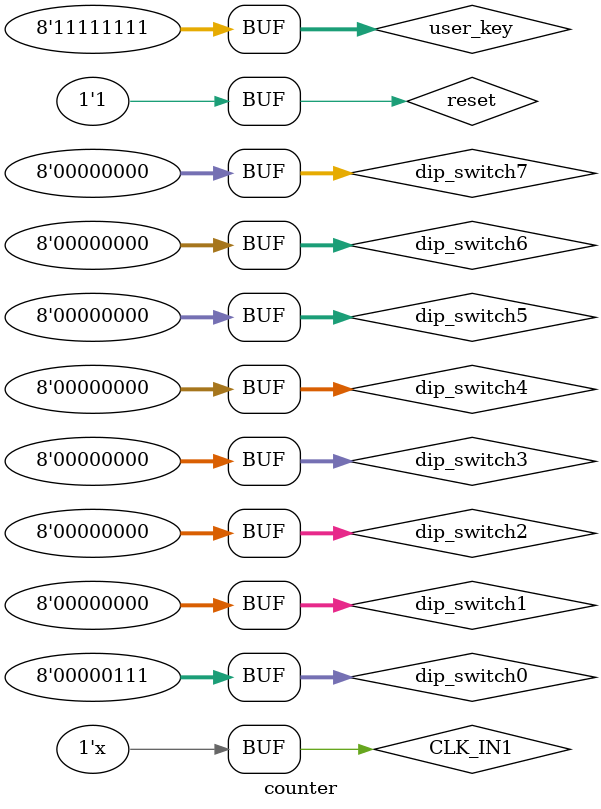
<source format=v>
`timescale 1ns / 1ps


module counter;

	// Inputs
	reg CLK_IN1;
	reg reset;
	reg [7:0] dip_switch0;
	reg [7:0] dip_switch1;
	reg [7:0] dip_switch2;
	reg [7:0] dip_switch3;
	reg [7:0] dip_switch4;
	reg [7:0] dip_switch5;
	reg [7:0] dip_switch6;
	reg [7:0] dip_switch7;
	reg [7:0] user_key;

	// Outputs
	wire [31:0] led_light;
	wire [3:0] digital_tube_sel0;
	wire [3:0] digital_tube_sel1;
	wire digital_tube_sel2;
	wire [7:0] digital_tube0;
	wire [7:0] digital_tube1;
	wire [7:0] digital_tube2;

	// Instantiate the Unit Under Test (UUT)
	mips uut (
		.CLK_IN1(CLK_IN1), 
		.reset(reset), 
		.dip_switch0(dip_switch0), 
		.dip_switch1(dip_switch1), 
		.dip_switch2(dip_switch2), 
		.dip_switch3(dip_switch3), 
		.dip_switch4(dip_switch4), 
		.dip_switch5(dip_switch5), 
		.dip_switch6(dip_switch6), 
		.dip_switch7(dip_switch7), 
		.user_key(user_key), 
		.led_light(led_light), 
		.digital_tube_sel0(digital_tube_sel0), 
		.digital_tube_sel1(digital_tube_sel1), 
		.digital_tube_sel2(digital_tube_sel2), 
		.digital_tube0(digital_tube0), 
		.digital_tube1(digital_tube1), 
		.digital_tube2(digital_tube2)
	);

	initial begin
		// Initialize Inputs
		CLK_IN1 = 0;
		reset = 0;
		dip_switch0 = 0;
		dip_switch1 = 0;
		dip_switch2 = 0;
		dip_switch3 = 0;
		dip_switch4 = 0;
		dip_switch5 = 0;
		dip_switch6 = 0;
		dip_switch7 = 0;
		user_key = 8'hff;

		// Wait 100 ns for global reset to finish
		#270;
      reset = 1;
		#50 dip_switch0 = 7;
		

	end
	
	always#5 CLK_IN1 = ~CLK_IN1;
      
endmodule


</source>
